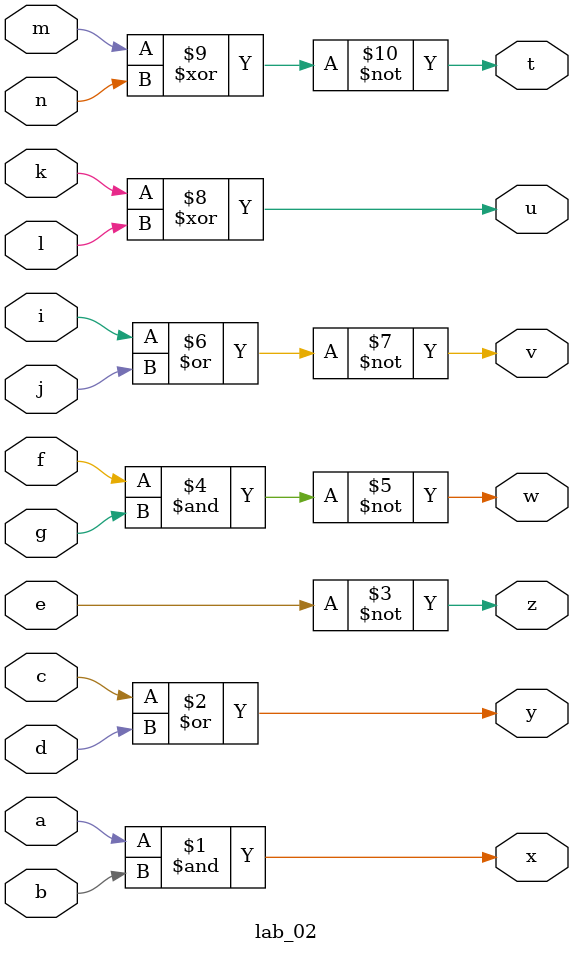
<source format=v>
`timescale 1ns / 1ps


module lab_02(input a,b,c,e,d,f,g,i,j,k,l,m,n  ,  output x,y,z,w,v,u,t
  );
    
   assign x= a&b;  //and gate
   assign y= c|d;   // or gate
   assign z= ~e;    // not gate
   assign w= ~(f&g); //Nand gate
   assign v= ~(i|j); //nor gate
   assign u= k^l;   //xor gate
   assign t= ~(m^n); //xnor gate
   
endmodule



</source>
